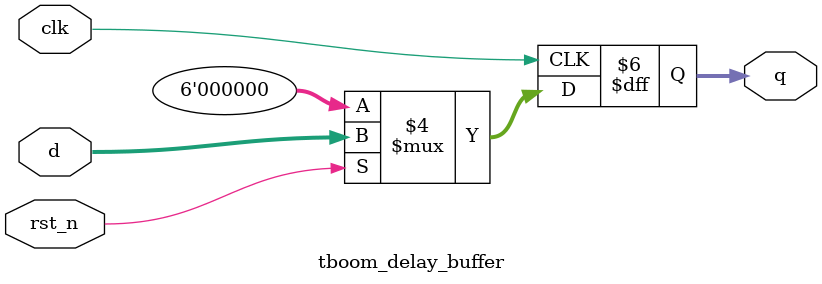
<source format=sv>
module tboom_delay_buffer#(
    parameter int WIDTH = 6
)(
    input logic clk,
    input logic rst_n,
    input logic [WIDTH - 1:0] d,
    output logic [WIDTH - 1:0] q
);
    always_ff @(posedge clk) begin
        if(!rst_n) begin
            q <= 0;
        end else begin
            q <= d;
        end;
    end
endmodule
</source>
